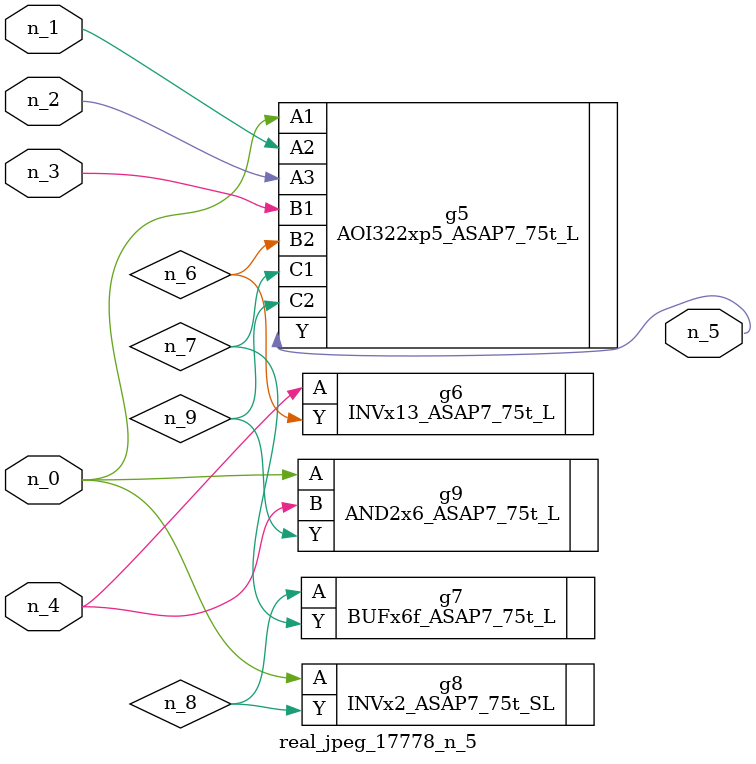
<source format=v>
module real_jpeg_17778_n_5 (n_4, n_0, n_1, n_2, n_3, n_5);

input n_4;
input n_0;
input n_1;
input n_2;
input n_3;

output n_5;

wire n_8;
wire n_6;
wire n_7;
wire n_9;

AOI322xp5_ASAP7_75t_L g5 ( 
.A1(n_0),
.A2(n_1),
.A3(n_2),
.B1(n_3),
.B2(n_6),
.C1(n_7),
.C2(n_9),
.Y(n_5)
);

INVx2_ASAP7_75t_SL g8 ( 
.A(n_0),
.Y(n_8)
);

AND2x6_ASAP7_75t_L g9 ( 
.A(n_0),
.B(n_4),
.Y(n_9)
);

INVx13_ASAP7_75t_L g6 ( 
.A(n_4),
.Y(n_6)
);

BUFx6f_ASAP7_75t_L g7 ( 
.A(n_8),
.Y(n_7)
);


endmodule
</source>
